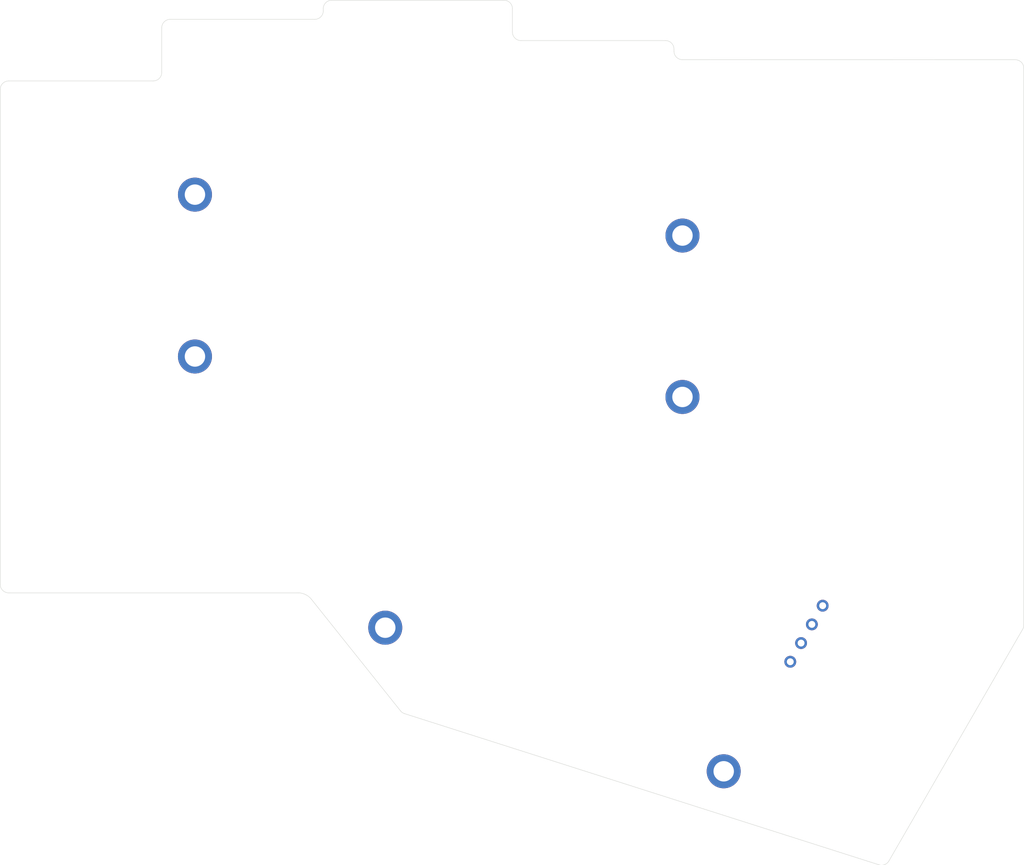
<source format=kicad_pcb>
(kicad_pcb (version 20240108) (generator "pcbnew") (generator_version "8.0")
  (layers (0 "F.Cu" signal) (31 "B.Cu" signal) (34 "B.Paste" user) (35 "F.Paste" user) (36 "B.SilkS" user "B.Silkscreen") (37 "F.SilkS" user "F.Silkscreen") (38 "B.Mask" user) (39 "F.Mask" user) (44 "Edge.Cuts" user))
  (net 0 "")
  (net 1 "GND")
  (net 2 "sda")
  (net 3 "scl")
  (net 4 "VCC")
  (footprint "Miriball36:HOLE_M2_CASEPCB" (layer "F.Cu") (at 92.13 111.89)
    (property "Reference" "REF**" (hide yes))
    (property "Value" "HOLE_M2_PCB")
    (pad "" thru_hole circle (at 0 0) (size 4 4) (drill 2.4) (layers "*.Cu" "*.Mask"))
  )
  (footprint "yuuichi_kbd:OLED_4Pin" (layer "F.Cu") (at 141.67 112.608513 60)
    (property "Reference" "OL1" (hide yes))
    (property "Value" "OLED" (hide yes))
    (pad "1" thru_hole circle (at -3.8 0 60) (size 1.397 1.397) (drill 0.8128) (layers "*.Cu" "*.Mask") (net 2 "sda"))
    (pad "2" thru_hole circle (at -1.26 0 60) (size 1.397 1.397) (drill 0.8128) (layers "*.Cu" "*.Mask") (net 3 "scl"))
    (pad "3" thru_hole circle (at 1.28 0 60) (size 1.397 1.397) (drill 0.8128) (layers "*.Cu" "*.Mask") (net 4 "VCC"))
    (pad "4" thru_hole circle (at 3.82 0 60) (size 1.397 1.397) (drill 0.8128) (layers "*.Cu" "*.Mask") (net 1 "GND"))
  )
  (footprint "Miriball36:HOLE_M2_CASEPCB" (layer "F.Cu") (at 69.7465 60.9213)
    (property "Reference" "REF**" (hide yes))
    (property "Value" "HOLE_M2_PCB")
    (pad "" thru_hole circle (at 0 0) (size 4 4) (drill 2.4) (layers "*.Cu" "*.Mask"))
  )
  (footprint "Miriball36:HOLE_M2_CASEPCB" (layer "F.Cu") (at 127.09 65.74)
    (property "Reference" "REF**" (hide yes))
    (property "Value" "HOLE_M2_PCB")
    (pad "" thru_hole circle (at 0 0) (size 4 4) (drill 2.4) (layers "*.Cu" "*.Mask"))
  )
  (footprint "Miriball36:HOLE_M2_CASEPCB" (layer "F.Cu") (at 127.09 84.7343)
    (property "Reference" "REF**" (hide yes))
    (property "Value" "HOLE_M2_PCB")
    (pad "" thru_hole circle (at 0 0) (size 4 4) (drill 2.4) (layers "*.Cu" "*.Mask"))
  )
  (footprint "Miriball36:HOLE_M2_CASEPCB" (layer "F.Cu") (at 131.94 128.79)
    (property "Reference" "REF**" (hide yes))
    (property "Value" "HOLE_M2_PCB" (hide yes))
    (pad "" thru_hole circle (at 0 0) (size 4 4) (drill 2.4) (layers "*.Cu" "*.Mask"))
  )
  (footprint "Miriball36:HOLE_M2_CASEPCB" (layer "F.Cu") (at 69.7465 79.9717)
    (property "Reference" "REF**" (hide yes))
    (property "Value" "HOLE_M2_PCB")
    (pad "" thru_hole circle (at 0 0) (size 4 4) (drill 2.4) (layers "*.Cu" "*.Mask"))
  )
  (gr_arc (start 106.09 38.04) (mid 106.797107 38.332893) (end 107.09 39.04) (stroke (width 0.05)) (layer "Edge.Cuts"))
  (gr_line (start 151.372522 139.342328) (end 167.106175 112.071952) (stroke (width 0.05)) (layer "Edge.Cuts"))
  (gr_line (start 125.09 42.79) (end 108.09 42.79) (stroke (width 0.05)) (layer "Edge.Cuts"))
  (gr_line (start 106.09 38.04) (end 85.84 38.04) (stroke (width 0.05)) (layer "Edge.Cuts"))
  (gr_arc (start 108.09 42.79) (mid 107.382893 42.497107) (end 107.09 41.79) (stroke (width 0.05)) (layer "Edge.Cuts"))
  (gr_line (start 83.440507 108.542346) (end 93.923574 121.676077) (stroke (width 0.05)) (layer "Edge.Cuts"))
  (gr_line (start 46.84 48.54) (end 46.84 106.79) (stroke (width 0.05)) (layer "Edge.Cuts"))
  (gr_line (start 167.24 111.572212) (end 167.24 46.047107) (stroke (width 0.05)) (layer "Edge.Cuts"))
  (gr_arc (start 65.84 46.54) (mid 65.547107 47.247107) (end 64.84 47.54) (stroke (width 0.05)) (layer "Edge.Cuts"))
  (gr_line (start 84.84 39.04) (end 84.84 39.29) (stroke (width 0.05)) (layer "Edge.Cuts"))
  (gr_line (start 64.84 47.54) (end 47.84 47.54) (stroke (width 0.05)) (layer "Edge.Cuts"))
  (gr_arc (start 166.24 45.047107) (mid 166.947107 45.34) (end 167.24 46.047107) (stroke (width 0.05)) (layer "Edge.Cuts"))
  (gr_arc (start 65.84 41.29) (mid 66.132893 40.582893) (end 66.84 40.29) (stroke (width 0.05)) (layer "Edge.Cuts"))
  (gr_arc (start 81.877382 107.79) (mid 82.744766 107.987869) (end 83.440507 108.542346) (stroke (width 0.05)) (layer "Edge.Cuts"))
  (gr_line (start 47.84 107.79) (end 81.877382 107.79) (stroke (width 0.05)) (layer "Edge.Cuts"))
  (gr_arc (start 151.372522 139.342328) (mid 150.867436 139.77515) (end 150.202595 139.795339) (stroke (width 0.05)) (layer "Edge.Cuts"))
  (gr_line (start 166.24 45.047107) (end 127.09 45.04) (stroke (width 0.05)) (layer "Edge.Cuts"))
  (gr_arc (start 84.84 39.04) (mid 85.132893 38.332893) (end 85.84 38.04) (stroke (width 0.05)) (layer "Edge.Cuts"))
  (gr_line (start 107.09 41.79) (end 107.09 39.04) (stroke (width 0.05)) (layer "Edge.Cuts"))
  (gr_line (start 126.09 43.79) (end 126.09 44.04) (stroke (width 0.05)) (layer "Edge.Cuts"))
  (gr_arc (start 94.401384 122.005001) (mid 94.138105 121.875946) (end 93.923574 121.676077) (stroke (width 0.05)) (layer "Edge.Cuts"))
  (gr_arc (start 125.09 42.79) (mid 125.797107 43.082893) (end 126.09 43.79) (stroke (width 0.05)) (layer "Edge.Cuts"))
  (gr_arc (start 127.09 45.04) (mid 126.382893 44.747107) (end 126.09 44.04) (stroke (width 0.05)) (layer "Edge.Cuts"))
  (gr_arc (start 47.84 107.79) (mid 47.132893 107.497107) (end 46.84 106.79) (stroke (width 0.05)) (layer "Edge.Cuts"))
  (gr_line (start 94.401384 122.005001) (end 150.202595 139.795339) (stroke (width 0.05)) (layer "Edge.Cuts"))
  (gr_line (start 65.84 41.29) (end 65.84 46.54) (stroke (width 0.05)) (layer "Edge.Cuts"))
  (gr_arc (start 46.84 48.54) (mid 47.132893 47.832893) (end 47.84 47.54) (stroke (width 0.05)) (layer "Edge.Cuts"))
  (gr_arc (start 167.24 111.572212) (mid 167.205965 111.830886) (end 167.106175 112.071952) (stroke (width 0.05)) (layer "Edge.Cuts"))
  (gr_arc (start 84.84 39.29) (mid 84.547107 39.997107) (end 83.84 40.29) (stroke (width 0.05)) (layer "Edge.Cuts"))
  (gr_line (start 83.84 40.29) (end 66.84 40.29) (stroke (width 0.05)) (layer "Edge.Cuts"))
)
</source>
